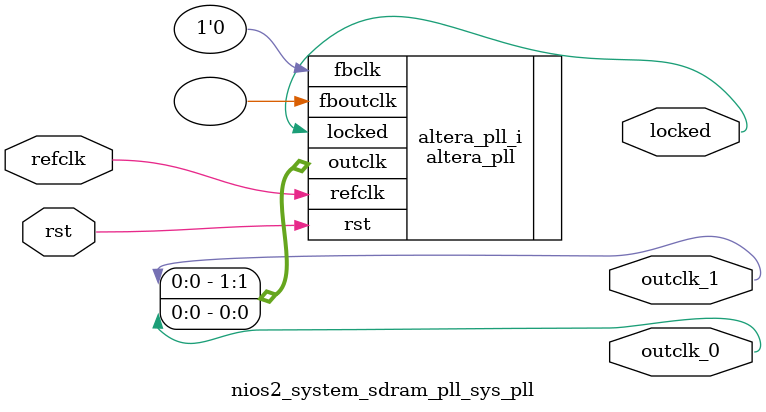
<source format=v>
`timescale 1ns/10ps
module  nios2_system_sdram_pll_sys_pll(

	// interface 'refclk'
	input wire refclk,

	// interface 'reset'
	input wire rst,

	// interface 'outclk0'
	output wire outclk_0,

	// interface 'outclk1'
	output wire outclk_1,

	// interface 'locked'
	output wire locked
);

	altera_pll #(
		.fractional_vco_multiplier("false"),
		.reference_clock_frequency("50.0 MHz"),
		.operation_mode("direct"),
		.number_of_clocks(2),
		.output_clock_frequency0("50.000000 MHz"),
		.phase_shift0("0 ps"),
		.duty_cycle0(50),
		.output_clock_frequency1("50.000000 MHz"),
		.phase_shift1("-3000 ps"),
		.duty_cycle1(50),
		.output_clock_frequency2("0 MHz"),
		.phase_shift2("0 ps"),
		.duty_cycle2(50),
		.output_clock_frequency3("0 MHz"),
		.phase_shift3("0 ps"),
		.duty_cycle3(50),
		.output_clock_frequency4("0 MHz"),
		.phase_shift4("0 ps"),
		.duty_cycle4(50),
		.output_clock_frequency5("0 MHz"),
		.phase_shift5("0 ps"),
		.duty_cycle5(50),
		.output_clock_frequency6("0 MHz"),
		.phase_shift6("0 ps"),
		.duty_cycle6(50),
		.output_clock_frequency7("0 MHz"),
		.phase_shift7("0 ps"),
		.duty_cycle7(50),
		.output_clock_frequency8("0 MHz"),
		.phase_shift8("0 ps"),
		.duty_cycle8(50),
		.output_clock_frequency9("0 MHz"),
		.phase_shift9("0 ps"),
		.duty_cycle9(50),
		.output_clock_frequency10("0 MHz"),
		.phase_shift10("0 ps"),
		.duty_cycle10(50),
		.output_clock_frequency11("0 MHz"),
		.phase_shift11("0 ps"),
		.duty_cycle11(50),
		.output_clock_frequency12("0 MHz"),
		.phase_shift12("0 ps"),
		.duty_cycle12(50),
		.output_clock_frequency13("0 MHz"),
		.phase_shift13("0 ps"),
		.duty_cycle13(50),
		.output_clock_frequency14("0 MHz"),
		.phase_shift14("0 ps"),
		.duty_cycle14(50),
		.output_clock_frequency15("0 MHz"),
		.phase_shift15("0 ps"),
		.duty_cycle15(50),
		.output_clock_frequency16("0 MHz"),
		.phase_shift16("0 ps"),
		.duty_cycle16(50),
		.output_clock_frequency17("0 MHz"),
		.phase_shift17("0 ps"),
		.duty_cycle17(50),
		.pll_type("General"),
		.pll_subtype("General")
	) altera_pll_i (
		.rst	(rst),
		.outclk	({outclk_1, outclk_0}),
		.locked	(locked),
		.fboutclk	( ),
		.fbclk	(1'b0),
		.refclk	(refclk)
	);
endmodule


</source>
